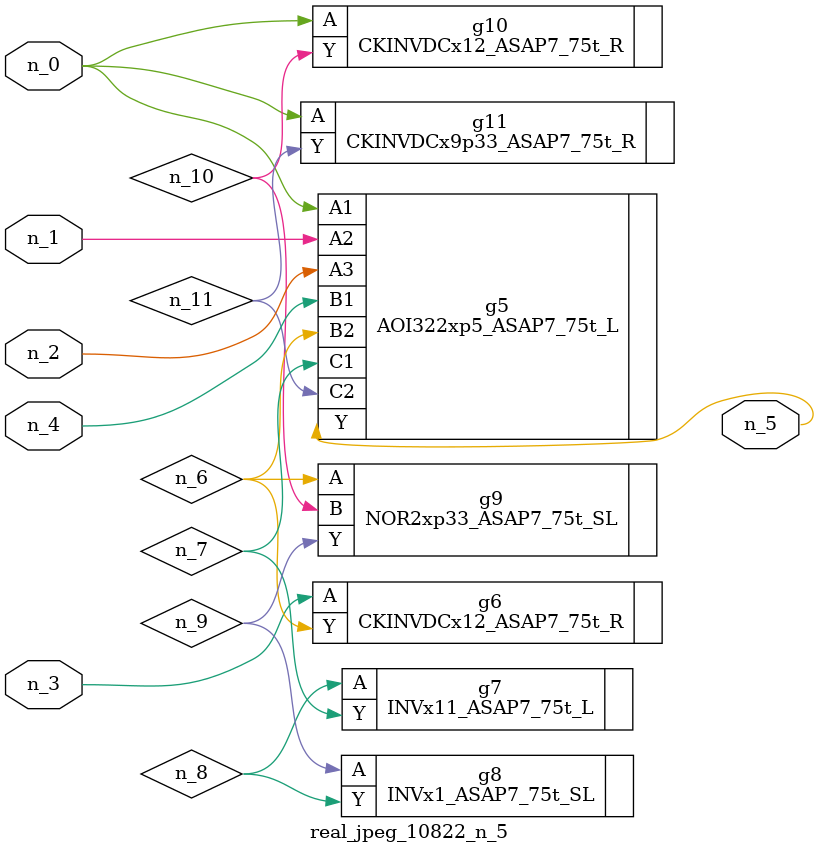
<source format=v>
module real_jpeg_10822_n_5 (n_4, n_0, n_1, n_2, n_3, n_5);

input n_4;
input n_0;
input n_1;
input n_2;
input n_3;

output n_5;

wire n_8;
wire n_11;
wire n_6;
wire n_7;
wire n_10;
wire n_9;

AOI322xp5_ASAP7_75t_L g5 ( 
.A1(n_0),
.A2(n_1),
.A3(n_2),
.B1(n_4),
.B2(n_6),
.C1(n_7),
.C2(n_11),
.Y(n_5)
);

CKINVDCx12_ASAP7_75t_R g10 ( 
.A(n_0),
.Y(n_10)
);

CKINVDCx9p33_ASAP7_75t_R g11 ( 
.A(n_0),
.Y(n_11)
);

CKINVDCx12_ASAP7_75t_R g6 ( 
.A(n_3),
.Y(n_6)
);

NOR2xp33_ASAP7_75t_SL g9 ( 
.A(n_6),
.B(n_10),
.Y(n_9)
);

INVx11_ASAP7_75t_L g7 ( 
.A(n_8),
.Y(n_7)
);

INVx1_ASAP7_75t_SL g8 ( 
.A(n_9),
.Y(n_8)
);


endmodule
</source>
